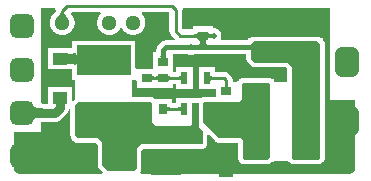
<source format=gtl>
G04*
G04 #@! TF.GenerationSoftware,Altium Limited,Altium Designer,19.0.15 (446)*
G04*
G04 Layer_Physical_Order=1*
G04 Layer_Color=255*
%FSTAX24Y24*%
%MOIN*%
G70*
G01*
G75*
%ADD17R,0.0354X0.0315*%
%ADD18R,0.1024X0.0591*%
%ADD19R,0.1024X0.0472*%
%ADD20R,0.1811X0.0984*%
%ADD21R,0.0866X0.0591*%
%ADD24R,0.0846X0.2480*%
%ADD25R,0.0472X0.0394*%
%ADD38R,0.0315X0.0354*%
%ADD39R,0.0236X0.0394*%
%ADD40C,0.0100*%
%ADD41C,0.0150*%
%ADD42C,0.0300*%
%ADD43C,0.0400*%
%ADD44C,0.0512*%
G04:AMPARAMS|DCode=45|XSize=78.7mil|YSize=78.7mil|CornerRadius=19.7mil|HoleSize=0mil|Usage=FLASHONLY|Rotation=0.000|XOffset=0mil|YOffset=0mil|HoleType=Round|Shape=RoundedRectangle|*
%AMROUNDEDRECTD45*
21,1,0.0787,0.0394,0,0,0.0*
21,1,0.0394,0.0787,0,0,0.0*
1,1,0.0394,0.0197,-0.0197*
1,1,0.0394,-0.0197,-0.0197*
1,1,0.0394,-0.0197,0.0197*
1,1,0.0394,0.0197,0.0197*
%
%ADD45ROUNDEDRECTD45*%
G04:AMPARAMS|DCode=46|XSize=78.7mil|YSize=98.4mil|CornerRadius=19.7mil|HoleSize=0mil|Usage=FLASHONLY|Rotation=0.000|XOffset=0mil|YOffset=0mil|HoleType=Round|Shape=RoundedRectangle|*
%AMROUNDEDRECTD46*
21,1,0.0787,0.0591,0,0,0.0*
21,1,0.0394,0.0984,0,0,0.0*
1,1,0.0394,0.0197,-0.0295*
1,1,0.0394,-0.0197,-0.0295*
1,1,0.0394,-0.0197,0.0295*
1,1,0.0394,0.0197,0.0295*
%
%ADD46ROUNDEDRECTD46*%
%ADD47C,0.0197*%
G36*
X065173Y047092D02*
X065176Y047072D01*
X065182Y047052D01*
X06519Y047032D01*
X0652Y047012D01*
X065212Y046993D01*
X065226Y046974D01*
X065243Y046955D01*
X065262Y046937D01*
X065283Y046919D01*
X064961D01*
X064982Y046937D01*
X065001Y046955D01*
X065018Y046974D01*
X065032Y046993D01*
X065044Y047012D01*
X065054Y047032D01*
X065062Y047052D01*
X065067Y047072D01*
X065071Y047092D01*
X065072Y047113D01*
X065172D01*
X065173Y047092D01*
D02*
G37*
G36*
X069983Y046377D02*
X069986Y046368D01*
X069991Y046361D01*
X069998Y046354D01*
X070007Y046349D01*
X070018Y046344D01*
X070031Y046341D01*
X070046Y046338D01*
X070056Y046338D01*
X070072Y046339D01*
X07008Y04634D01*
X070087Y046342D01*
X070093Y046344D01*
X070099Y046347D01*
X070104Y046349D01*
X070108Y046352D01*
X070094Y046215D01*
X07009Y046219D01*
X070086Y046223D01*
X070081Y046226D01*
X070075Y046229D01*
X070068Y046231D01*
X07006Y046233D01*
X070052Y046235D01*
X07005Y046235D01*
X070046Y046234D01*
X070031Y046232D01*
X070018Y046228D01*
X070007Y046224D01*
X069998Y046218D01*
X069991Y046212D01*
X069986Y046204D01*
X069983Y046196D01*
X069982Y046186D01*
Y046236D01*
X06986Y046233D01*
Y04634D01*
X069862Y046339D01*
X069867Y046338D01*
X069886Y046338D01*
X069982Y046337D01*
Y046386D01*
X069983Y046377D01*
D02*
G37*
G36*
X069632Y046337D02*
X069754Y04634D01*
Y046233D01*
X069752Y046234D01*
X069747Y046235D01*
X069728Y046235D01*
X069632Y046236D01*
Y046186D01*
X069631Y046196D01*
X069628Y046204D01*
X069623Y046212D01*
X069616Y046218D01*
X069607Y046224D01*
X069596Y046228D01*
X069583Y046232D01*
X069567Y046234D01*
X06955Y046236D01*
X069531Y046236D01*
Y046336D01*
X06955Y046337D01*
X069567Y046338D01*
X069583Y046341D01*
X069596Y046344D01*
X069607Y046349D01*
X069616Y046354D01*
X069623Y046361D01*
X069628Y046368D01*
X069631Y046377D01*
X069632Y046386D01*
Y046337D01*
D02*
G37*
G36*
X069943Y046129D02*
X06993Y046124D01*
X069919Y046117D01*
X069909Y046106D01*
X069901Y046093D01*
X069894Y046076D01*
X069889Y046059D01*
X069895Y046041D01*
X069906Y046022D01*
X069919Y046005D01*
X069936Y045992D01*
X069955Y045981D01*
X069978Y045974D01*
X070003Y045969D01*
X070032Y045968D01*
X069807Y045818D01*
X069582Y045968D01*
X06961Y045969D01*
X069636Y045974D01*
X069658Y045981D01*
X069678Y045992D01*
X069694Y046005D01*
X069708Y046022D01*
X069718Y046041D01*
X069724Y046059D01*
X06972Y046076D01*
X069713Y046093D01*
X069705Y046106D01*
X069695Y046117D01*
X069684Y046124D01*
X069671Y046129D01*
X069657Y04613D01*
X069957D01*
X069943Y046129D01*
D02*
G37*
G36*
X065597Y045216D02*
X065594Y045245D01*
X065585Y04527D01*
X06557Y045293D01*
X065549Y045312D01*
X065521Y045329D01*
X065488Y045342D01*
X065449Y045353D01*
X065411Y045359D01*
X065353Y045356D01*
X065326Y045351D01*
X065305Y045346D01*
X06529Y045339D01*
X065281Y045332D01*
X065278Y045324D01*
Y045715D01*
X065281Y045706D01*
X06529Y045698D01*
X065305Y04569D01*
X065326Y045684D01*
X065353Y045679D01*
X065386Y045674D01*
X065406Y045673D01*
X065449Y04568D01*
X065488Y04569D01*
X065521Y045704D01*
X065549Y04572D01*
X06557Y04574D01*
X065585Y045762D01*
X065594Y045788D01*
X065597Y045816D01*
Y045216D01*
D02*
G37*
G36*
X071264Y045499D02*
X071264Y045492D01*
X071264Y045485D01*
X071265Y045479D01*
X071266Y045472D01*
X071267Y045465D01*
X071269Y045458D01*
X071271Y045452D01*
X071273Y045445D01*
X071276Y045439D01*
X071278Y045433D01*
X071281Y045426D01*
X071285Y04542D01*
X071288Y045414D01*
X071292Y045409D01*
X071296Y045403D01*
X0713Y045398D01*
X071303Y045395D01*
X071305Y045393D01*
X07131Y045388D01*
X071428Y04527D01*
X07143Y045268D01*
X071433Y045265D01*
X071438Y04526D01*
X071443Y045256D01*
X071449Y045252D01*
X071455Y045248D01*
X07146Y045245D01*
X071466Y045241D01*
X071473Y045238D01*
X071479Y045235D01*
X071485Y045233D01*
X071492Y045231D01*
X071498Y045229D01*
X071505Y045227D01*
X071512Y045226D01*
X071519Y045225D01*
X071526Y045224D01*
X071532Y045224D01*
X071539Y045223D01*
X072576Y045223D01*
X072622Y045178D01*
X072622Y044724D01*
X0722D01*
X072199Y044726D01*
X072197Y044733D01*
X072194Y044739D01*
X072191Y044745D01*
X072187Y044751D01*
X072184Y044757D01*
X07218Y044763D01*
X072176Y044768D01*
X072172Y044774D01*
X072169Y044776D01*
Y044849D01*
X072088D01*
X072084Y044851D01*
X072078Y044854D01*
X072072Y044857D01*
X072066Y04486D01*
X072059Y044862D01*
X072052Y044864D01*
X072046Y044865D01*
X072039Y044867D01*
X072032Y044868D01*
X072025Y044869D01*
X072019Y044869D01*
X072012Y044869D01*
X071146Y044869D01*
X071139Y044869D01*
X071132Y044869D01*
X071125Y044868D01*
X071118Y044867D01*
X071111Y044865D01*
X071105Y044864D01*
X071098Y044862D01*
X071092Y04486D01*
X071085Y044857D01*
X071079Y044854D01*
X071073Y044851D01*
X071069Y044849D01*
X071008D01*
Y044797D01*
X070995Y044784D01*
X07099Y044779D01*
X070985Y044774D01*
X070981Y044768D01*
X070977Y044763D01*
X070975Y04476D01*
X070929Y044751D01*
X070929Y044751D01*
X070802D01*
Y04479D01*
X070802Y044798D01*
X070801Y044806D01*
X070801Y044814D01*
X0708Y044821D01*
X070798Y044829D01*
X070797Y044837D01*
X070795Y044844D01*
X070793Y044852D01*
X07079Y044859D01*
X070788Y044866D01*
X070785Y044873D01*
X070781Y04488D01*
X070778Y044887D01*
X070774Y044894D01*
X07077Y044901D01*
X070766Y044907D01*
X070761Y044914D01*
X070757Y04492D01*
X070752Y044926D01*
X070746Y044932D01*
X070741Y044937D01*
X070662Y045016D01*
X070657Y045021D01*
X070651Y045026D01*
X070645Y045031D01*
X070639Y045036D01*
X070633Y045041D01*
X070626Y045045D01*
X070619Y045049D01*
X070613Y045053D01*
X070606Y045056D01*
X070599Y045059D01*
X070591Y045062D01*
X070584Y045065D01*
X070577Y045067D01*
X070569Y04507D01*
X070562Y045071D01*
X070554Y045073D01*
X070547Y045074D01*
X070539Y045075D01*
X070531Y045076D01*
X070523Y045077D01*
X070516Y045077D01*
X07022D01*
Y045223D01*
X069669D01*
Y044515D01*
X07022D01*
X07026Y044489D01*
Y044239D01*
X069846D01*
X069839Y044239D01*
X069833Y044239D01*
X069826Y044238D01*
X069819Y044237D01*
X069812Y044236D01*
X069806Y044234D01*
X069799Y044232D01*
X069792Y04423D01*
X069786Y044227D01*
X06978Y044225D01*
X069774Y044221D01*
X069768Y044218D01*
X069762Y044215D01*
X069756Y044211D01*
X06975Y044207D01*
X069745Y044202D01*
X069742Y0442D01*
X06969D01*
X069689Y0442D01*
X069453D01*
X069451Y0442D01*
X068921D01*
Y044053D01*
X068783D01*
Y04418D01*
X068199D01*
X068186Y044193D01*
X068181Y044198D01*
X068176Y044202D01*
X068171Y044207D01*
X068165Y044211D01*
X068159Y044215D01*
X068153Y044218D01*
X068147Y044221D01*
X068141Y044225D01*
X068135Y044227D01*
X068129Y04423D01*
X068122Y044232D01*
X068115Y044234D01*
X068109Y044236D01*
X068102Y044237D01*
X068095Y044238D01*
X068088Y044239D01*
X068082Y044239D01*
X068075Y044239D01*
X067445D01*
Y04481D01*
X067563D01*
X067602Y044784D01*
Y044542D01*
X068823D01*
Y044662D01*
X068921D01*
Y044515D01*
X069472D01*
Y045223D01*
X068921D01*
Y045077D01*
X068823D01*
Y04566D01*
X069306D01*
X069311Y045658D01*
X069319Y045655D01*
X069328Y045652D01*
X069336Y045649D01*
X069344Y045646D01*
X069353Y045644D01*
X069361Y045642D01*
X06937Y045641D01*
X069378Y045639D01*
X069387Y045638D01*
X069396Y045637D01*
X069405Y045637D01*
X069413Y045637D01*
X069422Y045637D01*
X069431Y045637D01*
X069439Y045638D01*
X069448Y045639D01*
X069457Y045641D01*
X069465Y045642D01*
X069474Y045644D01*
X069482Y045646D01*
X069491Y045649D01*
X069499Y045652D01*
X069507Y045655D01*
X069515Y045658D01*
X06952Y04566D01*
X071264D01*
X071264Y045499D01*
D02*
G37*
G36*
X068564Y045686D02*
X068566Y045661D01*
X06857Y045638D01*
X068575Y045619D01*
X068582Y045602D01*
X06859Y045589D01*
X0686Y045578D01*
X068611Y045571D01*
X068624Y045566D01*
X068638Y045565D01*
X068338D01*
X068352Y045566D01*
X068365Y045571D01*
X068376Y045578D01*
X068386Y045589D01*
X068394Y045602D01*
X068401Y045619D01*
X068406Y045638D01*
X06841Y045661D01*
X068412Y045686D01*
X068413Y045715D01*
X068563D01*
X068564Y045686D01*
D02*
G37*
G36*
X064888Y047183D02*
X064891Y04718D01*
X064894Y047177D01*
X064913Y047149D01*
X064916Y047139D01*
X064916Y047137D01*
X064915Y047129D01*
X064915Y047121D01*
X064915Y04712D01*
X064914Y047109D01*
X064913Y047105D01*
X064912Y047101D01*
X06491Y047096D01*
X064907Y04709D01*
X064902Y047083D01*
X064896Y047074D01*
X064887Y047064D01*
X064876Y047053D01*
X064859Y047038D01*
X064854Y047035D01*
X064846Y047027D01*
X064838Y04702D01*
X06483Y047012D01*
X064822Y047004D01*
X064814Y046996D01*
X064807Y046987D01*
X0648Y046979D01*
X064793Y04697D01*
X064786Y046961D01*
X06478Y046952D01*
X064774Y046942D01*
X064768Y046933D01*
X064762Y046923D01*
X064757Y046913D01*
X064752Y046903D01*
X064747Y046893D01*
X064742Y046883D01*
X064738Y046873D01*
X064734Y046862D01*
X06473Y046852D01*
X064727Y046841D01*
X064724Y04683D01*
X064721Y046819D01*
X064718Y046808D01*
X064716Y046797D01*
X064714Y046786D01*
X064712Y046775D01*
X064711Y046764D01*
X06471Y046753D01*
X064709Y046742D01*
X064709Y046731D01*
X064708Y04672D01*
X064709Y046708D01*
X064709Y046697D01*
X06471Y046686D01*
X064711Y046675D01*
X064712Y046664D01*
X064714Y046653D01*
X064716Y046642D01*
X064718Y046631D01*
X064721Y04662D01*
X064724Y046609D01*
X064727Y046598D01*
X06473Y046588D01*
X064734Y046577D01*
X064738Y046567D01*
X064742Y046556D01*
X064747Y046546D01*
X064752Y046536D01*
X064757Y046526D01*
X064762Y046516D01*
X064768Y046506D01*
X064774Y046497D01*
X06478Y046488D01*
X064786Y046478D01*
X064793Y046469D01*
X0648Y046461D01*
X064807Y046452D01*
X064814Y046443D01*
X064822Y046435D01*
X06483Y046427D01*
X064838Y046419D01*
X064846Y046412D01*
X064854Y046404D01*
X064863Y046397D01*
X064872Y04639D01*
X064881Y046384D01*
X06489Y046377D01*
X064899Y046371D01*
X064909Y046365D01*
X064918Y04636D01*
X064928Y046354D01*
X064938Y046349D01*
X064948Y046344D01*
X064959Y04634D01*
X064969Y046336D01*
X064979Y046332D01*
X06499Y046328D01*
X065001Y046324D01*
X065011Y046321D01*
X065022Y046318D01*
X065033Y046316D01*
X065044Y046314D01*
X065055Y046312D01*
X065066Y04631D01*
X065077Y046309D01*
X065088Y046308D01*
X0651Y046307D01*
X065111Y046306D01*
X065122Y046306D01*
X065133Y046306D01*
X065144Y046307D01*
X065155Y046308D01*
X065167Y046309D01*
X065178Y04631D01*
X065189Y046312D01*
X0652Y046314D01*
X065211Y046316D01*
X065222Y046318D01*
X065233Y046321D01*
X065243Y046324D01*
X065254Y046328D01*
X065264Y046332D01*
X065275Y046336D01*
X065285Y04634D01*
X065296Y046344D01*
X065306Y046349D01*
X065316Y046354D01*
X065325Y04636D01*
X065335Y046365D01*
X065345Y046371D01*
X065354Y046377D01*
X065363Y046384D01*
X065372Y04639D01*
X065381Y046397D01*
X06539Y046404D01*
X065398Y046412D01*
X065406Y046419D01*
X065414Y046427D01*
X065422Y046435D01*
X06543Y046443D01*
X065437Y046452D01*
X065444Y046461D01*
X065451Y046469D01*
X065458Y046478D01*
X065464Y046488D01*
X06547Y046497D01*
X065476Y046506D01*
X065482Y046516D01*
X065487Y046526D01*
X065492Y046536D01*
X065497Y046546D01*
X065502Y046556D01*
X065506Y046567D01*
X06551Y046577D01*
X065514Y046588D01*
X065517Y046598D01*
X06552Y046609D01*
X065523Y04662D01*
X065526Y046631D01*
X065528Y046642D01*
X06553Y046653D01*
X065532Y046664D01*
X065533Y046675D01*
X065534Y046686D01*
X065535Y046697D01*
X065535Y046708D01*
X065535Y04672D01*
X065535Y046731D01*
X065535Y046742D01*
X065534Y046753D01*
X065533Y046764D01*
X065532Y046775D01*
X06553Y046786D01*
X065528Y046797D01*
X065526Y046808D01*
X065523Y046819D01*
X06552Y04683D01*
X065517Y046841D01*
X065514Y046852D01*
X06551Y046862D01*
X065506Y046873D01*
X065502Y046883D01*
X065497Y046893D01*
X065492Y046903D01*
X065487Y046913D01*
X065482Y046923D01*
X065476Y046933D01*
X06547Y046942D01*
X065464Y046952D01*
X065458Y046961D01*
X065451Y04697D01*
X065444Y046979D01*
X065437Y046987D01*
X06543Y046996D01*
X065422Y047004D01*
X065414Y047012D01*
X065413Y047013D01*
X065417Y047038D01*
X065433Y047063D01*
X066386D01*
X066401Y047038D01*
X066406Y047013D01*
X066404Y047012D01*
X066397Y047004D01*
X066389Y046996D01*
X066382Y046987D01*
X066374Y046979D01*
X066368Y04697D01*
X066361Y046961D01*
X066355Y046952D01*
X066348Y046942D01*
X066342Y046933D01*
X066337Y046923D01*
X066331Y046913D01*
X066326Y046903D01*
X066322Y046893D01*
X066317Y046883D01*
X066313Y046873D01*
X066309Y046862D01*
X066305Y046852D01*
X066301Y046841D01*
X066298Y04683D01*
X066296Y046819D01*
X066293Y046808D01*
X066291Y046797D01*
X066289Y046786D01*
X066287Y046775D01*
X066286Y046764D01*
X066285Y046753D01*
X066284Y046742D01*
X066283Y046731D01*
X066283Y04672D01*
X066283Y046708D01*
X066284Y046697D01*
X066285Y046686D01*
X066286Y046675D01*
X066287Y046664D01*
X066289Y046653D01*
X066291Y046642D01*
X066293Y046631D01*
X066296Y04662D01*
X066298Y046609D01*
X066301Y046598D01*
X066305Y046588D01*
X066309Y046577D01*
X066313Y046567D01*
X066317Y046556D01*
X066322Y046546D01*
X066326Y046536D01*
X066331Y046526D01*
X066337Y046516D01*
X066342Y046506D01*
X066348Y046497D01*
X066355Y046488D01*
X066361Y046478D01*
X066368Y046469D01*
X066374Y046461D01*
X066382Y046452D01*
X066389Y046443D01*
X066397Y046435D01*
X066404Y046427D01*
X066412Y046419D01*
X066421Y046412D01*
X066429Y046404D01*
X066438Y046397D01*
X066447Y04639D01*
X066456Y046384D01*
X066465Y046377D01*
X066474Y046371D01*
X066484Y046365D01*
X066493Y04636D01*
X066503Y046354D01*
X066513Y046349D01*
X066523Y046344D01*
X066533Y04634D01*
X066544Y046336D01*
X066554Y046332D01*
X066565Y046328D01*
X066575Y046324D01*
X066586Y046321D01*
X066597Y046318D01*
X066608Y046316D01*
X066619Y046314D01*
X06663Y046312D01*
X066641Y04631D01*
X066652Y046309D01*
X066663Y046308D01*
X066674Y046307D01*
X066686Y046306D01*
X066697Y046306D01*
X066708Y046306D01*
X066719Y046307D01*
X06673Y046308D01*
X066741Y046309D01*
X066753Y04631D01*
X066764Y046312D01*
X066775Y046314D01*
X066786Y046316D01*
X066796Y046318D01*
X066807Y046321D01*
X066818Y046324D01*
X066829Y046328D01*
X066839Y046332D01*
X06685Y046336D01*
X06686Y04634D01*
X06687Y046344D01*
X06688Y046349D01*
X06689Y046354D01*
X0669Y04636D01*
X06691Y046365D01*
X066919Y046371D01*
X066929Y046377D01*
X066938Y046384D01*
X066947Y04639D01*
X066956Y046397D01*
X066964Y046404D01*
X066973Y046412D01*
X066981Y046419D01*
X066989Y046427D01*
X066997Y046435D01*
X067004Y046443D01*
X067012Y046452D01*
X067019Y046461D01*
X067026Y046469D01*
X067032Y046478D01*
X067039Y046488D01*
X067045Y046497D01*
X067051Y046506D01*
X067057Y046516D01*
X067062Y046526D01*
X067063Y046527D01*
X067069Y04653D01*
X06709Y046533D01*
X067111Y04653D01*
X067118Y046527D01*
X067119Y046526D01*
X067124Y046516D01*
X06713Y046506D01*
X067136Y046497D01*
X067142Y046488D01*
X067148Y046478D01*
X067155Y046469D01*
X067162Y046461D01*
X067169Y046452D01*
X067176Y046443D01*
X067184Y046435D01*
X067192Y046427D01*
X0672Y046419D01*
X067208Y046412D01*
X067216Y046404D01*
X067225Y046397D01*
X067234Y04639D01*
X067243Y046384D01*
X067252Y046377D01*
X067261Y046371D01*
X067271Y046365D01*
X067281Y04636D01*
X06729Y046354D01*
X0673Y046349D01*
X067311Y046344D01*
X067321Y04634D01*
X067331Y046336D01*
X067342Y046332D01*
X067352Y046328D01*
X067363Y046324D01*
X067374Y046321D01*
X067384Y046318D01*
X067395Y046316D01*
X067406Y046314D01*
X067417Y046312D01*
X067428Y04631D01*
X067439Y046309D01*
X067451Y046308D01*
X067462Y046307D01*
X067473Y046306D01*
X067484Y046306D01*
X067495Y046306D01*
X067506Y046307D01*
X067518Y046308D01*
X067529Y046309D01*
X06754Y04631D01*
X067551Y046312D01*
X067562Y046314D01*
X067573Y046316D01*
X067584Y046318D01*
X067595Y046321D01*
X067605Y046324D01*
X067616Y046328D01*
X067627Y046332D01*
X067637Y046336D01*
X067647Y04634D01*
X067658Y046344D01*
X067668Y046349D01*
X067678Y046354D01*
X067688Y04636D01*
X067697Y046365D01*
X067707Y046371D01*
X067716Y046377D01*
X067725Y046384D01*
X067734Y04639D01*
X067743Y046397D01*
X067752Y046404D01*
X06776Y046412D01*
X067768Y046419D01*
X067776Y046427D01*
X067784Y046435D01*
X067792Y046443D01*
X067799Y046452D01*
X067806Y046461D01*
X067813Y046469D01*
X06782Y046478D01*
X067826Y046488D01*
X067832Y046497D01*
X067838Y046506D01*
X067844Y046516D01*
X067849Y046526D01*
X067854Y046536D01*
X067859Y046546D01*
X067864Y046556D01*
X067868Y046567D01*
X067872Y046577D01*
X067876Y046588D01*
X067879Y046598D01*
X067882Y046609D01*
X067885Y04662D01*
X067888Y046631D01*
X06789Y046642D01*
X067892Y046653D01*
X067894Y046664D01*
X067895Y046675D01*
X067896Y046686D01*
X067897Y046697D01*
X067897Y046708D01*
X067898Y04672D01*
X067897Y046731D01*
X067897Y046742D01*
X067896Y046753D01*
X067895Y046764D01*
X067894Y046775D01*
X067892Y046786D01*
X06789Y046797D01*
X067888Y046808D01*
X067885Y046819D01*
X067882Y04683D01*
X067879Y046841D01*
X067876Y046852D01*
X067872Y046862D01*
X067868Y046873D01*
X067864Y046883D01*
X067859Y046893D01*
X067854Y046903D01*
X067849Y046913D01*
X067844Y046923D01*
X067838Y046933D01*
X067832Y046942D01*
X067826Y046952D01*
X06782Y046961D01*
X067813Y04697D01*
X067806Y046979D01*
X067799Y046987D01*
X067792Y046996D01*
X067784Y047004D01*
X067776Y047012D01*
X067775Y047013D01*
X067779Y047038D01*
X067795Y047063D01*
X068694D01*
Y046444D01*
X068694Y046436D01*
X068695Y046428D01*
X068695Y046421D01*
X068696Y046413D01*
X068698Y046405D01*
X068699Y046398D01*
X068701Y04639D01*
X068703Y046383D01*
X068706Y046375D01*
X068708Y046368D01*
X068711Y046361D01*
X068714Y046354D01*
X068718Y046347D01*
X068722Y04634D01*
X068726Y046334D01*
X06873Y046327D01*
X068734Y046321D01*
X068739Y046315D01*
X068744Y046309D01*
X068749Y046303D01*
X068755Y046297D01*
X068877Y046175D01*
X068856Y046125D01*
X068586D01*
X068578Y046125D01*
X06857Y046125D01*
X068562Y046124D01*
X068553Y046123D01*
X068545Y046122D01*
X068537Y04612D01*
X068529Y046118D01*
X068521Y046116D01*
X068513Y046113D01*
X068505Y046111D01*
X068497Y046108D01*
X06849Y046104D01*
X068482Y046101D01*
X068475Y046097D01*
X068468Y046093D01*
X068461Y046088D01*
X068454Y046084D01*
X068447Y046079D01*
X068441Y046074D01*
X068434Y046069D01*
X068428Y046063D01*
X068422Y046057D01*
X068324Y045959D01*
X068318Y045953D01*
X068312Y045947D01*
X068307Y04594D01*
X068302Y045934D01*
X068297Y045927D01*
X068292Y04592D01*
X068288Y045913D01*
X068284Y045906D01*
X06828Y045898D01*
X068277Y045891D01*
X068273Y045883D01*
X06827Y045876D01*
X068267Y045868D01*
X068265Y04586D01*
X068263Y045852D01*
X068261Y045844D01*
X068259Y045836D01*
X068258Y045827D01*
X068257Y045819D01*
X068256Y045811D01*
X068256Y045803D01*
X068256Y045794D01*
Y045724D01*
X068153D01*
Y045172D01*
X067602D01*
X067563Y045198D01*
Y046109D01*
X065437D01*
Y045924D01*
X065437Y045874D01*
X064649D01*
Y045165D01*
X065437D01*
X065437Y045115D01*
Y04481D01*
X065555D01*
Y044186D01*
X065487Y044118D01*
X065437Y044139D01*
Y044573D01*
X064649D01*
Y044019D01*
X064479D01*
X064423Y044021D01*
X064413Y044021D01*
X064413Y047189D01*
X064876D01*
X064888Y047183D01*
D02*
G37*
G36*
X068313Y044769D02*
X068312Y044779D01*
X068309Y044787D01*
X068304Y044795D01*
X068297Y044801D01*
X068288Y044807D01*
X068277Y044811D01*
X068264Y044815D01*
X068249Y044817D01*
X068231Y044819D01*
X068212Y044819D01*
X068194Y044819D01*
X068176Y044817D01*
X068161Y044815D01*
X068148Y044811D01*
X068137Y044807D01*
X068128Y044801D01*
X068121Y044795D01*
X068116Y044787D01*
X068113Y044779D01*
X068112Y044769D01*
Y044969D01*
X068113Y04496D01*
X068116Y044951D01*
X068121Y044944D01*
X068128Y044937D01*
X068137Y044932D01*
X068148Y044927D01*
X068161Y044924D01*
X068176Y044921D01*
X068194Y04492D01*
X068212Y044919D01*
X068231Y04492D01*
X068249Y044921D01*
X068264Y044924D01*
X068277Y044927D01*
X068288Y044932D01*
X068297Y044937D01*
X068304Y044944D01*
X068309Y044951D01*
X068312Y04496D01*
X068313Y044969D01*
Y044769D01*
D02*
G37*
G36*
X070061Y04496D02*
X070065Y044951D01*
X07007Y044944D01*
X070077Y044937D01*
X070086Y044932D01*
X070097Y044927D01*
X07011Y044924D01*
X070125Y044921D01*
X070142Y04492D01*
X070162Y044919D01*
Y044819D01*
X070142Y044819D01*
X070125Y044817D01*
X07011Y044815D01*
X070097Y044811D01*
X070086Y044807D01*
X070077Y044801D01*
X07007Y044795D01*
X070065Y044787D01*
X070061Y044779D01*
X07006Y044769D01*
Y044969D01*
X070061Y04496D01*
D02*
G37*
G36*
X069081Y044769D02*
X06908Y044779D01*
X069077Y044787D01*
X069072Y044795D01*
X069065Y044801D01*
X069056Y044807D01*
X069045Y044811D01*
X069031Y044815D01*
X069016Y044817D01*
X068999Y044819D01*
X06898Y044819D01*
Y044919D01*
X068999Y04492D01*
X069016Y044921D01*
X069031Y044924D01*
X069045Y044927D01*
X069056Y044932D01*
X069065Y044937D01*
X069072Y044944D01*
X069077Y044951D01*
X06908Y04496D01*
X069081Y044969D01*
Y044769D01*
D02*
G37*
G36*
X068664Y04496D02*
X068667Y044951D01*
X068672Y044944D01*
X068679Y044937D01*
X068688Y044932D01*
X068699Y044927D01*
X068712Y044924D01*
X068728Y044921D01*
X068745Y04492D01*
X068764Y044919D01*
Y044819D01*
X068745Y044819D01*
X068728Y044817D01*
X068712Y044815D01*
X068699Y044811D01*
X068688Y044807D01*
X068679Y044801D01*
X068672Y044795D01*
X068667Y044787D01*
X068664Y044779D01*
X068663Y044769D01*
Y044969D01*
X068664Y04496D01*
D02*
G37*
G36*
X070645Y044673D02*
X070646Y044656D01*
X070649Y044641D01*
X070652Y044628D01*
X070657Y044616D01*
X070662Y044607D01*
X070669Y0446D01*
X070676Y044595D01*
X070685Y044592D01*
X070694Y044591D01*
X070494D01*
X070504Y044592D01*
X070512Y044595D01*
X07052Y0446D01*
X070526Y044607D01*
X070532Y044616D01*
X070536Y044628D01*
X07054Y044641D01*
X070542Y044656D01*
X070544Y044673D01*
X070544Y044692D01*
X070644D01*
X070645Y044673D01*
D02*
G37*
G36*
X069081Y043746D02*
X06908Y043755D01*
X069077Y043764D01*
X069072Y043771D01*
X069065Y043778D01*
X069056Y043783D01*
X069045Y043788D01*
X069031Y043791D01*
X069016Y043794D01*
X068999Y043795D01*
X06898Y043796D01*
Y043896D01*
X068999Y043896D01*
X069016Y043898D01*
X069031Y0439D01*
X069045Y043904D01*
X069056Y043908D01*
X069065Y043914D01*
X069072Y04392D01*
X069077Y043928D01*
X06908Y043936D01*
X069081Y043946D01*
Y043746D01*
D02*
G37*
G36*
X068624Y043936D02*
X068627Y043928D01*
X068633Y04392D01*
X06864Y043914D01*
X068649Y043908D01*
X06866Y043904D01*
X068673Y0439D01*
X068688Y043898D01*
X068705Y043896D01*
X068725Y043896D01*
Y043796D01*
X068705Y043795D01*
X068688Y043794D01*
X068673Y043791D01*
X06866Y043788D01*
X068649Y043783D01*
X06864Y043778D01*
X068633Y043771D01*
X068627Y043764D01*
X068624Y043755D01*
X068623Y043746D01*
Y043946D01*
X068624Y043936D01*
D02*
G37*
G36*
X06415Y043983D02*
X06416Y043957D01*
X064176Y043935D01*
X0642Y043915D01*
X064229Y043899D01*
X064266Y043886D01*
X064309Y043875D01*
X064358Y043868D01*
X064415Y043863D01*
X064478Y043862D01*
Y043562D01*
X064415Y04356D01*
X064358Y043556D01*
X064309Y043548D01*
X064266Y043538D01*
X064229Y043524D01*
X0642Y043508D01*
X064176Y043489D01*
X06416Y043466D01*
X06415Y043441D01*
X064147Y043412D01*
Y044011D01*
X06415Y043983D01*
D02*
G37*
G36*
X065397Y043837D02*
Y04294D01*
X065398Y042933D01*
X065398Y042926D01*
X065399Y042919D01*
X0654Y042913D01*
X065401Y042906D01*
X065403Y042899D01*
X065405Y042893D01*
X065407Y042886D01*
X065409Y04288D01*
X065412Y042873D01*
X065415Y042867D01*
X065419Y042861D01*
X065422Y042855D01*
X065426Y04285D01*
X06543Y042844D01*
X065434Y042839D01*
X065437Y042836D01*
Y042763D01*
X065509D01*
X065522Y04275D01*
X065527Y042745D01*
X065532Y042741D01*
X065538Y042736D01*
X065543Y042732D01*
X065549Y042728D01*
X065555Y042725D01*
X065561Y042722D01*
X065567Y042719D01*
X065573Y042716D01*
X06558Y042713D01*
X065586Y042711D01*
X065593Y042709D01*
X0656Y042708D01*
X065606Y042706D01*
X065613Y042705D01*
X06562Y042704D01*
X065627Y042704D01*
X065634Y042704D01*
X066238D01*
X066303Y042639D01*
Y041956D01*
X066303Y041949D01*
X066304Y041942D01*
X066304Y041935D01*
X066305Y041928D01*
X066307Y041922D01*
X066308Y041915D01*
X06631Y041908D01*
X066312Y041902D01*
X066315Y041895D01*
X066318Y041889D01*
X066321Y041883D01*
X066324Y041877D01*
X066328Y041871D01*
X066331Y041865D01*
X066336Y04186D01*
X06634Y041855D01*
X066344Y041849D01*
X066349Y041844D01*
X066468Y041726D01*
X066447Y041676D01*
X063705D01*
X063703Y041676D01*
X063697Y041676D01*
X063689Y041676D01*
X063681Y041677D01*
X063673Y041678D01*
X063665Y04168D01*
X063658Y041681D01*
X06365Y041683D01*
X063642Y041686D01*
X063635Y041688D01*
X063628Y041691D01*
X06362Y041694D01*
X063613Y041698D01*
X063606Y041701D01*
X063599Y041705D01*
X063593Y04171D01*
X063586Y041714D01*
X06358Y041719D01*
X063574Y041724D01*
X063568Y041729D01*
X063562Y041735D01*
X063557Y04174D01*
X063552Y041746D01*
X063547Y041752D01*
X063542Y041759D01*
X063537Y041765D01*
X063533Y041772D01*
X063529Y041779D01*
X063525Y041786D01*
X063522Y041793D01*
X063519Y0418D01*
X063516Y041807D01*
X063513Y041815D01*
X063511Y041822D01*
X063509Y04183D01*
X063507Y041838D01*
X063506Y041846D01*
X063505Y041853D01*
X063504Y041861D01*
X063504Y041869D01*
X063503Y041875D01*
X063503Y041877D01*
Y043058D01*
X064413Y043058D01*
Y043402D01*
X064423Y043403D01*
X064479Y043404D01*
X06487D01*
X06488Y043404D01*
X064889Y043405D01*
X064899Y043406D01*
X064908Y043407D01*
X064918Y043408D01*
X064928Y04341D01*
X064937Y043412D01*
X064946Y043414D01*
X064956Y043416D01*
X064965Y043419D01*
X064974Y043422D01*
X064983Y043426D01*
X064992Y043429D01*
X065001Y043433D01*
X06501Y043438D01*
X065018Y043442D01*
X065026Y043447D01*
X065035Y043452D01*
X065043Y043457D01*
X065051Y043463D01*
X065058Y043469D01*
X065066Y043475D01*
X065073Y043481D01*
X06508Y043488D01*
X065087Y043494D01*
X065261Y043667D01*
X065267Y043674D01*
X065274Y043682D01*
X06528Y043689D01*
X065286Y043696D01*
X065292Y043704D01*
X065298Y043712D01*
X065303Y04372D01*
X065308Y043728D01*
X065313Y043737D01*
X065317Y043745D01*
X065321Y043754D01*
X065325Y043763D01*
X065329Y043772D01*
X065332Y043781D01*
X065336Y04379D01*
X065338Y043799D01*
X065341Y043808D01*
X065343Y043818D01*
X065345Y043827D01*
X065347Y043837D01*
X065347Y043841D01*
X065397Y043837D01*
D02*
G37*
G36*
X073724Y045991D02*
X073724Y042212D01*
X073665Y042153D01*
X072838D01*
X072779Y042212D01*
X072779Y045243D01*
X072642Y045381D01*
X071539Y045381D01*
X071421Y045499D01*
X071421Y045808D01*
X071408Y045811D01*
X071386Y045815D01*
X07136Y045817D01*
X071331Y045818D01*
Y045968D01*
X07136Y045969D01*
X071386Y045971D01*
X071408Y045975D01*
X071421Y045978D01*
Y046011D01*
X0715Y04609D01*
X073626Y04609D01*
X073724Y045991D01*
D02*
G37*
G36*
X072012Y044712D02*
X072051Y044672D01*
X072051Y042231D01*
X071972Y042153D01*
X071185Y042153D01*
X071146Y042192D01*
X071146Y042783D01*
X071067Y042861D01*
X070358D01*
X069807Y043412D01*
Y044042D01*
X069846Y044082D01*
X071027Y044082D01*
X071106Y044161D01*
X071106Y044672D01*
X071146Y044712D01*
X072012Y044712D01*
D02*
G37*
G36*
X074059Y045774D02*
X074058Y045769D01*
X074056Y045759D01*
X074055Y045749D01*
X074054Y045739D01*
X074053Y045728D01*
X074053Y045718D01*
X074053Y045708D01*
Y045117D01*
X074053Y045107D01*
X074053Y045097D01*
X074054Y045086D01*
X074055Y045076D01*
X074056Y045066D01*
X074058Y045056D01*
X074059Y045051D01*
X074059Y044121D01*
X074884D01*
Y041877D01*
X074884Y041875D01*
X074884Y041869D01*
X074883Y041861D01*
X074882Y041853D01*
X074881Y041846D01*
X07488Y041838D01*
X074878Y04183D01*
X074876Y041822D01*
X074874Y041815D01*
X074871Y041807D01*
X074868Y0418D01*
X074865Y041793D01*
X074862Y041786D01*
X074858Y041779D01*
X074854Y041772D01*
X07485Y041765D01*
X074845Y041759D01*
X074841Y041752D01*
X074836Y041746D01*
X07483Y04174D01*
X074825Y041735D01*
X074819Y041729D01*
X074813Y041724D01*
X074807Y041719D01*
X074801Y041714D01*
X074794Y04171D01*
X074788Y041705D01*
X074781Y041701D01*
X074774Y041698D01*
X074767Y041694D01*
X07476Y041691D01*
X074752Y041688D01*
X074745Y041686D01*
X074737Y041683D01*
X07473Y041681D01*
X074722Y04168D01*
X074714Y041678D01*
X074706Y041677D01*
X074698Y041676D01*
X07469Y041676D01*
X074684Y041676D01*
X074683Y041676D01*
X067734Y041676D01*
X067713Y041726D01*
X067714Y041726D01*
X067718Y041731D01*
X067723Y041736D01*
X067727Y041742D01*
X067731Y041747D01*
X067735Y041753D01*
X067739Y041759D01*
X067742Y041765D01*
X067745Y041771D01*
X067748Y041777D01*
X06775Y041784D01*
X067752Y04179D01*
X067754Y041797D01*
X067756Y041804D01*
X067757Y04181D01*
X067758Y041817D01*
X067759Y041824D01*
X06776Y041831D01*
X06776Y041838D01*
Y042442D01*
X067825Y042507D01*
X069768D01*
X069774Y042507D01*
X069781Y042508D01*
X069788Y042508D01*
X069795Y042509D01*
X069802Y042511D01*
X069808Y042512D01*
X069815Y042514D01*
X069821Y042516D01*
X069828Y042519D01*
X069834Y042522D01*
X06984Y042525D01*
X069846Y042528D01*
X069852Y042532D01*
X069858Y042535D01*
X069863Y042539D01*
X069869Y042544D01*
X069872Y042546D01*
X069905D01*
Y042579D01*
X069918Y042592D01*
X069923Y042597D01*
X069928Y042603D01*
X069932Y042608D01*
X069936Y042613D01*
X06994Y042619D01*
X069943Y042625D01*
X069947Y042631D01*
X06995Y042637D01*
X069952Y042644D01*
X069955Y04265D01*
X069957Y042656D01*
X069959Y042663D01*
X069961Y04267D01*
X069962Y042676D01*
X069963Y042683D01*
X069964Y04269D01*
X069964Y042697D01*
X069964Y042704D01*
X069964Y042967D01*
X070011Y042986D01*
X070201Y042796D01*
Y042724D01*
X07028D01*
X070285Y042722D01*
X070292Y042719D01*
X070298Y042716D01*
X070304Y042713D01*
X070311Y042711D01*
X070317Y042709D01*
X070324Y042708D01*
X070331Y042706D01*
X070338Y042705D01*
X070344Y042704D01*
X070351Y042704D01*
X070358Y042704D01*
X070988D01*
X070988Y042192D01*
X070988Y042185D01*
X070989Y042178D01*
X070989Y042171D01*
X07099Y042165D01*
X070992Y042158D01*
X070993Y042151D01*
X070995Y042145D01*
X070998Y042138D01*
X071Y042132D01*
X071003Y042125D01*
X071006Y042119D01*
X071008Y042116D01*
Y042054D01*
X071061D01*
X071074Y042041D01*
X071078Y042036D01*
X071084Y042032D01*
X071089Y042028D01*
X071095Y042024D01*
X0711Y04202D01*
X071106Y042016D01*
X071112Y042013D01*
X071118Y04201D01*
X071125Y042007D01*
X071131Y042005D01*
X071138Y042002D01*
X071144Y042D01*
X071151Y041999D01*
X071158Y041998D01*
X071164Y041996D01*
X071171Y041996D01*
X071178Y041995D01*
X071185Y041995D01*
X071972Y041995D01*
X071979Y041995D01*
X071986Y041996D01*
X071993Y041996D01*
X072Y041998D01*
X072006Y041999D01*
X072013Y042D01*
X07202Y042002D01*
X072026Y042005D01*
X072033Y042007D01*
X072039Y04201D01*
X072045Y042013D01*
X072051Y042016D01*
X072057Y04202D01*
X072063Y042024D01*
X072068Y042028D01*
X072074Y042032D01*
X072079Y042036D01*
X072084Y042041D01*
X072097Y042054D01*
X072169D01*
Y042113D01*
X072642D01*
Y042054D01*
X072714D01*
X072727Y042041D01*
X072732Y042036D01*
X072737Y042032D01*
X072743Y042028D01*
X072748Y042024D01*
X072754Y04202D01*
X07276Y042016D01*
X072766Y042013D01*
X072772Y04201D01*
X072778Y042007D01*
X072785Y042005D01*
X072791Y042002D01*
X072798Y042D01*
X072804Y041999D01*
X072811Y041998D01*
X072818Y041996D01*
X072825Y041996D01*
X072832Y041995D01*
X072838Y041995D01*
X073665D01*
X073672Y041995D01*
X073679Y041996D01*
X073686Y041996D01*
X073693Y041998D01*
X073699Y041999D01*
X073706Y042D01*
X073713Y042002D01*
X073719Y042005D01*
X073725Y042007D01*
X073732Y04201D01*
X073738Y042013D01*
X073744Y042016D01*
X07375Y04202D01*
X073756Y042024D01*
X073761Y042028D01*
X073766Y042032D01*
X073772Y042036D01*
X073777Y042041D01*
X07379Y042054D01*
X073803D01*
Y042068D01*
X073836Y0421D01*
X07384Y042105D01*
X073845Y04211D01*
X073849Y042116D01*
X073853Y042121D01*
X073857Y042127D01*
X073861Y042133D01*
X073864Y042139D01*
X073867Y042145D01*
X07387Y042151D01*
X073872Y042158D01*
X073874Y042164D01*
X073876Y042171D01*
X073878Y042178D01*
X073879Y042184D01*
X07388Y042191D01*
X073881Y042198D01*
X073882Y042205D01*
X073882Y042212D01*
X073882Y045991D01*
X073882Y045998D01*
X073881Y046005D01*
X07388Y046012D01*
X073879Y046019D01*
X073878Y046025D01*
X073876Y046032D01*
X073874Y046039D01*
X073872Y046045D01*
X07387Y046051D01*
X073867Y046058D01*
X073864Y046064D01*
X073861Y04607D01*
X073857Y046076D01*
X073853Y046082D01*
X073849Y046087D01*
X073845Y046092D01*
X07384Y046098D01*
X073836Y046103D01*
X073823Y046116D01*
Y046188D01*
X07375D01*
X073737Y046201D01*
X073732Y046206D01*
X073727Y04621D01*
X073722Y046215D01*
X073716Y046219D01*
X07371Y046222D01*
X073705Y046226D01*
X073699Y046229D01*
X073692Y046232D01*
X073686Y046235D01*
X07368Y046238D01*
X073673Y04624D01*
X073667Y046242D01*
X07366Y046243D01*
X073653Y046245D01*
X073646Y046246D01*
X07364Y046247D01*
X073633Y046247D01*
X073626Y046247D01*
X0715Y046247D01*
X071493Y046247D01*
X071486Y046247D01*
X071479Y046246D01*
X071473Y046245D01*
X071466Y046243D01*
X071459Y046242D01*
X071452Y04624D01*
X071446Y046238D01*
X07144Y046235D01*
X071433Y046232D01*
X071427Y046229D01*
X071421Y046226D01*
X071415Y046222D01*
X07141Y046219D01*
X071404Y046215D01*
X071399Y04621D01*
X071396Y046208D01*
X071323D01*
Y046135D01*
X071313Y046125D01*
X070437D01*
X070433Y046128D01*
X070422Y046138D01*
X070419Y046142D01*
X070406Y046175D01*
X070409Y046183D01*
X070412Y046191D01*
X070415Y046199D01*
X070418Y046208D01*
X07042Y046216D01*
X070422Y046225D01*
X070423Y046233D01*
X070425Y046242D01*
X070426Y04625D01*
X070426Y046259D01*
X070427Y046268D01*
X070427Y046277D01*
X070427Y046285D01*
X070426Y046294D01*
X070426Y046303D01*
X070425Y046311D01*
X070423Y04632D01*
X070422Y046329D01*
X07042Y046337D01*
X070418Y046346D01*
X070415Y046354D01*
X070412Y046362D01*
X070409Y046371D01*
X070406Y046379D01*
X070402Y046387D01*
X070398Y046394D01*
X070394Y046402D01*
X07039Y04641D01*
X070385Y046417D01*
X07038Y046424D01*
X070375Y046431D01*
X07037Y046438D01*
X070364Y046445D01*
X070358Y046451D01*
X070352Y046458D01*
X070346Y046464D01*
X070339Y04647D01*
X070333Y046475D01*
X070326Y046481D01*
X070319Y046486D01*
X070311Y046491D01*
X070304Y046495D01*
X070297Y0465D01*
X070289Y046504D01*
X070281Y046508D01*
X070273Y046511D01*
X070265Y046515D01*
X070257Y046518D01*
X070249Y046521D01*
X07024Y046523D01*
X070232Y046525D01*
X070223Y046527D01*
X070215Y046529D01*
X070206Y04653D01*
X070197Y046531D01*
X070189Y046532D01*
X07018Y046532D01*
X070171Y046533D01*
X070146Y046567D01*
X070144Y046573D01*
X070142Y046581D01*
Y046601D01*
X069472D01*
Y046494D01*
X069145D01*
X069109Y04653D01*
Y047153D01*
X069139Y047181D01*
X069144Y047184D01*
X069148Y047186D01*
X069156Y047189D01*
X074059D01*
X074059Y045774D01*
D02*
G37*
G36*
X068114Y044042D02*
Y043373D01*
X068232Y043255D01*
X069374Y043255D01*
X069453Y043334D01*
X069453Y044042D01*
X069689D01*
X069689Y043216D01*
X069807Y043098D01*
X069807Y042704D01*
X069768Y042664D01*
X06776D01*
X067602Y042507D01*
Y041838D01*
X067523Y041759D01*
X066657D01*
X06646Y041956D01*
Y042704D01*
X066303Y042861D01*
X065634D01*
X065555Y04294D01*
Y043964D01*
X065673Y044082D01*
X068075D01*
X068114Y044042D01*
D02*
G37*
D17*
X071657Y045893D02*
D03*
Y046444D02*
D03*
X069807Y046286D02*
D03*
Y046838D02*
D03*
X072248Y046444D02*
D03*
Y045893D02*
D03*
X068488Y044857D02*
D03*
Y045409D02*
D03*
X067937Y044857D02*
D03*
Y045409D02*
D03*
X069571Y04231D02*
D03*
Y042861D02*
D03*
X070594Y044436D02*
D03*
Y043885D02*
D03*
D18*
X073153Y045735D02*
D03*
Y046916D02*
D03*
D19*
X068586Y041857D02*
D03*
Y04292D02*
D03*
D20*
X0665Y04546D02*
D03*
Y043412D02*
D03*
D21*
X06709Y042113D02*
D03*
X065437D02*
D03*
D24*
X071588Y043452D02*
D03*
X073222D02*
D03*
D25*
X070594Y043079D02*
D03*
Y041778D02*
D03*
X065043Y04552D02*
D03*
Y044219D02*
D03*
D38*
X068468Y043846D02*
D03*
X067917D02*
D03*
D39*
X069945Y044869D02*
D03*
X069571D02*
D03*
X069197D02*
D03*
Y043846D02*
D03*
X069571D02*
D03*
X069945D02*
D03*
D40*
X069059Y046286D02*
X069807D01*
X068901Y046444D02*
X069059Y046286D01*
X068901Y046444D02*
Y047153D01*
X068783Y047271D02*
X068901Y047153D01*
X065279Y047271D02*
X068783D01*
X070594Y044436D02*
Y04479D01*
X070516Y044869D02*
X070594Y04479D01*
X069945Y044869D02*
X070516D01*
X065122Y047113D02*
X065279Y047271D01*
X065122Y04672D02*
Y047113D01*
X069807Y046286D02*
X070161D01*
X070171Y046277D01*
X067949Y044869D02*
X069197D01*
X067937Y044857D02*
X067949Y044869D01*
X069197Y043846D02*
X069197Y043846D01*
X068468Y043846D02*
X069197D01*
D41*
X069413Y045893D02*
X069807D01*
X068586D02*
X069413D01*
X069807D02*
Y046286D01*
Y045893D02*
X071657D01*
X068488Y045794D02*
X068586Y045893D01*
X068488Y045409D02*
Y045794D01*
D42*
X065043Y043885D02*
Y044219D01*
X06487Y043712D02*
X065043Y043885D01*
X063783Y043712D02*
X06487D01*
X065046Y045516D02*
X066443D01*
D43*
X0665Y04546D01*
D44*
X067484Y04672D02*
D03*
X066697D02*
D03*
X065909D02*
D03*
X065122D02*
D03*
D45*
X063783Y045153D02*
D03*
Y046594D02*
D03*
Y043712D02*
D03*
Y042271D02*
D03*
D46*
X074604Y043452D02*
D03*
Y045412D02*
D03*
D47*
X072248Y045066D02*
D03*
X071815D02*
D03*
X071421D02*
D03*
X064649Y04479D02*
D03*
X065004D02*
D03*
X068311Y041877D02*
D03*
X067957D02*
D03*
X069295Y04668D02*
D03*
Y047074D02*
D03*
X067878Y045893D02*
D03*
Y046247D02*
D03*
X069098Y04542D02*
D03*
X070083D02*
D03*
X069728D02*
D03*
X072366Y045538D02*
D03*
X069413Y045893D02*
D03*
X070171Y046277D02*
D03*
M02*

</source>
